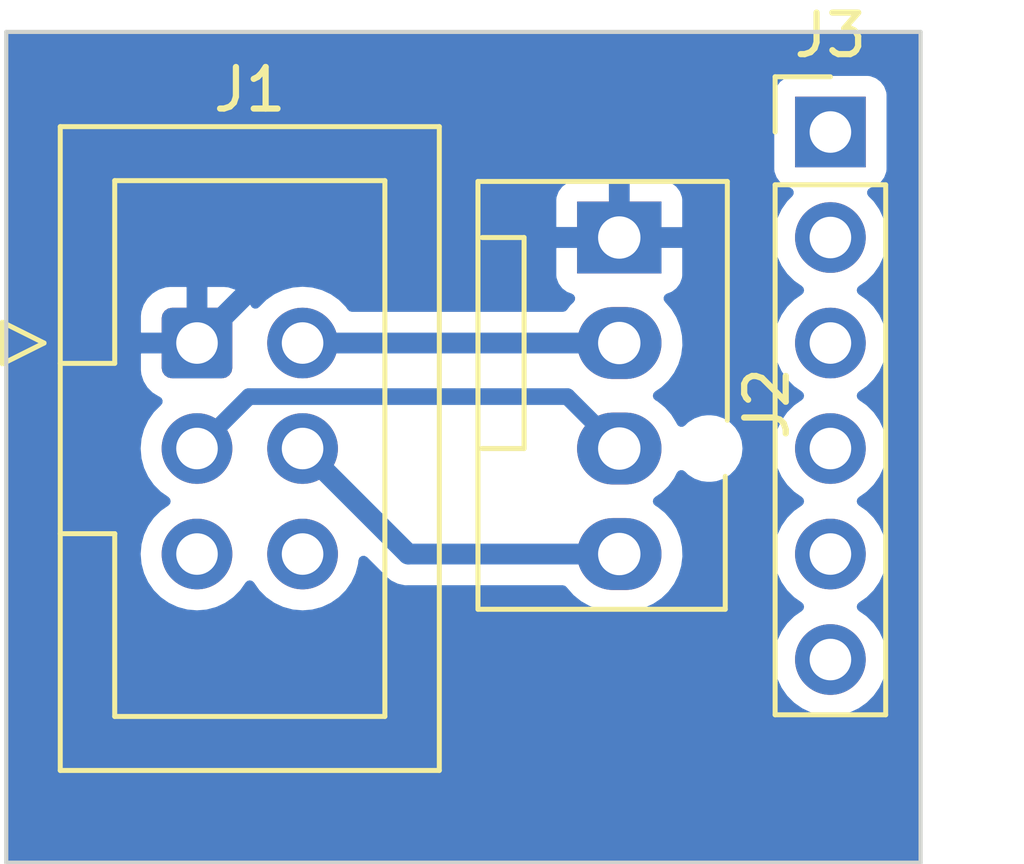
<source format=kicad_pcb>
(kicad_pcb (version 20221018) (generator pcbnew)
  (layers (0 "F.Cu" signal) (31 "B.Cu" signal) (34 "B.Paste" user) (35 "F.Paste" user) (36 "B.SilkS" user "B.Silkscreen") (37 "F.SilkS" user "F.Silkscreen") (38 "B.Mask" user) (39 "F.Mask" user) (44 "Edge.Cuts" user))
  (net 0 "")
  (net 1 "Net-(J1-Pin_1)")
  (net 2 "Net-(J1-Pin_2)")
  (net 3 "Net-(J1-Pin_3)")
  (net 4 "Net-(J1-Pin_4)")
  (footprint "Connector:FanPinHeader_1x04_P2.54mm_Vertical" (layer "F.Cu") (at 158.75 107.95 -90)
    (fp_text reference "J2" (at 4 -3.55 90) (layer "F.SilkS"))
    (fp_text value "Conn_01x04")
    (fp_line (start -1.35 -2.6) (end 4.4 -2.6) (stroke (width 0.12)) (layer "F.SilkS"))
    (fp_line (start -1.35 3.4) (end -1.35 -2.6) (stroke (width 0.12)) (layer "F.SilkS"))
    (fp_line (start 0 2.29) (end 5.08 2.29) (stroke (width 0.12)) (layer "F.SilkS"))
    (fp_line (start 0 3.3) (end 0 2.29) (stroke (width 0.12)) (layer "F.SilkS"))
    (fp_line (start 5.08 2.29) (end 5.08 3.3) (stroke (width 0.12)) (layer "F.SilkS"))
    (fp_line (start 5.75 -2.55) (end 8.95 -2.55) (stroke (width 0.12)) (layer "F.SilkS"))
    (fp_line (start 8.95 -2.55) (end 8.95 3.4) (stroke (width 0.12)) (layer "F.SilkS"))
    (fp_line (start 8.95 3.4) (end -1.35 3.4) (stroke (width 0.12)) (layer "F.SilkS"))
    (pad "" np_thru_hole circle (at 5.08 -2.16) (size 1.1 1.1) (drill 1.1) (layers "*.Cu" "*.Mask"))
    (pad "1" thru_hole rect (at 0 0) (size 2.03 1.73) (drill 1.02) (layers "*.Cu" "*.Mask") (net 1 "Net-(J1-Pin_1)"))
    (pad "2" thru_hole oval (at 2.54 0) (size 2.03 1.73) (drill 1.02) (layers "*.Cu" "*.Mask") (net 2 "Net-(J1-Pin_2)"))
    (pad "3" thru_hole oval (at 5.08 0) (size 2.03 1.73) (drill 1.02) (layers "*.Cu" "*.Mask") (net 3 "Net-(J1-Pin_3)"))
    (pad "4" thru_hole oval (at 7.62 0) (size 2.03 1.73) (drill 1.02) (layers "*.Cu" "*.Mask") (net 4 "Net-(J1-Pin_4)"))
  )
  (footprint "Connector_PinHeader_2.54mm:PinHeader_1x06_P2.54mm_Vertical" (layer "F.Cu") (at 163.83 105.41)
    (fp_text reference "J3" (at 0 -2.33) (layer "F.SilkS"))
    (fp_text value "Conn_01x06")
    (fp_line (start -1.33 -1.33) (end 0 -1.33) (stroke (width 0.12)) (layer "F.SilkS"))
    (fp_line (start -1.33 0) (end -1.33 -1.33) (stroke (width 0.12)) (layer "F.SilkS"))
    (fp_line (start -1.33 1.27) (end -1.33 14.03) (stroke (width 0.12)) (layer "F.SilkS"))
    (fp_line (start -1.33 1.27) (end 1.33 1.27) (stroke (width 0.12)) (layer "F.SilkS"))
    (fp_line (start -1.33 14.03) (end 1.33 14.03) (stroke (width 0.12)) (layer "F.SilkS"))
    (fp_line (start 1.33 1.27) (end 1.33 14.03) (stroke (width 0.12)) (layer "F.SilkS"))
    (pad "1" thru_hole rect (at 0 0) (size 1.7 1.7) (drill 1) (layers "*.Cu" "*.Mask"))
    (pad "2" thru_hole oval (at 0 2.54) (size 1.7 1.7) (drill 1) (layers "*.Cu" "*.Mask"))
    (pad "3" thru_hole oval (at 0 5.08) (size 1.7 1.7) (drill 1) (layers "*.Cu" "*.Mask"))
    (pad "4" thru_hole oval (at 0 7.62) (size 1.7 1.7) (drill 1) (layers "*.Cu" "*.Mask"))
    (pad "5" thru_hole oval (at 0 10.16) (size 1.7 1.7) (drill 1) (layers "*.Cu" "*.Mask"))
    (pad "6" thru_hole oval (at 0 12.7) (size 1.7 1.7) (drill 1) (layers "*.Cu" "*.Mask"))
  )
  (footprint "Connector_IDC:IDC-Header_2x03_P2.54mm_Vertical" (layer "F.Cu") (at 148.59 110.49)
    (fp_text reference "J1" (at 1.27 -6.1) (layer "F.SilkS"))
    (fp_text value "Conn_01x04")
    (fp_line (start -4.68 -0.5) (end -4.68 0.5) (stroke (width 0.12)) (layer "F.SilkS"))
    (fp_line (start -4.68 0.5) (end -3.68 0) (stroke (width 0.12)) (layer "F.SilkS"))
    (fp_line (start -3.68 0) (end -4.68 -0.5) (stroke (width 0.12)) (layer "F.SilkS"))
    (fp_line (start -3.29 -5.21) (end 5.83 -5.21) (stroke (width 0.12)) (layer "F.SilkS"))
    (fp_line (start -3.29 0.49) (end -1.98 0.49) (stroke (width 0.12)) (layer "F.SilkS"))
    (fp_line (start -3.29 10.29) (end -3.29 -5.21) (stroke (width 0.12)) (layer "F.SilkS"))
    (fp_line (start -1.98 -3.91) (end 4.52 -3.91) (stroke (width 0.12)) (layer "F.SilkS"))
    (fp_line (start -1.98 0.49) (end -1.98 -3.91) (stroke (width 0.12)) (layer "F.SilkS"))
    (fp_line (start -1.98 4.59) (end -3.29 4.59) (stroke (width 0.12)) (layer "F.SilkS"))
    (fp_line (start -1.98 4.59) (end -1.98 4.59) (stroke (width 0.12)) (layer "F.SilkS"))
    (fp_line (start -1.98 8.99) (end -1.98 4.59) (stroke (width 0.12)) (layer "F.SilkS"))
    (fp_line (start 4.52 -3.91) (end 4.52 8.99) (stroke (width 0.12)) (layer "F.SilkS"))
    (fp_line (start 4.52 8.99) (end -1.98 8.99) (stroke (width 0.12)) (layer "F.SilkS"))
    (fp_line (start 5.83 -5.21) (end 5.83 10.29) (stroke (width 0.12)) (layer "F.SilkS"))
    (fp_line (start 5.83 10.29) (end -3.29 10.29) (stroke (width 0.12)) (layer "F.SilkS"))
    (pad "1" thru_hole roundrect (at 0 0) (size 1.7 1.7) (drill 1) (layers "*.Cu" "*.Mask") (roundrect_rratio 0.147059) (net 1 "Net-(J1-Pin_1)"))
    (pad "2" thru_hole circle (at 2.54 0) (size 1.7 1.7) (drill 1) (layers "*.Cu" "*.Mask") (net 2 "Net-(J1-Pin_2)"))
    (pad "3" thru_hole circle (at 0 2.54) (size 1.7 1.7) (drill 1) (layers "*.Cu" "*.Mask") (net 3 "Net-(J1-Pin_3)"))
    (pad "4" thru_hole circle (at 2.54 2.54) (size 1.7 1.7) (drill 1) (layers "*.Cu" "*.Mask") (net 4 "Net-(J1-Pin_4)"))
    (pad "5" thru_hole circle (at 0 5.08) (size 1.7 1.7) (drill 1) (layers "*.Cu" "*.Mask"))
    (pad "6" thru_hole circle (at 2.54 5.08) (size 1.7 1.7) (drill 1) (layers "*.Cu" "*.Mask"))
  )
  (gr_line (start 144 123) (end 144 103) (stroke (width 0.1)) (layer "Edge.Cuts"))
  (gr_line (start 166 103) (end 166 123) (stroke (width 0.1)) (layer "Edge.Cuts"))
  (gr_line (start 166 123) (end 144 123) (stroke (width 0.1)) (layer "Edge.Cuts"))
  (gr_line (start 144 103) (end 166 103) (stroke (width 0.1)) (layer "Edge.Cuts"))
  (segment (start 148.59 110.49) (end 151.13 107.95) (width 0.5) (layer "B.Cu") (net 1))
  (segment (start 151.13 107.95) (end 158.75 107.95) (width 0.5) (layer "B.Cu") (net 1))
  (segment (start 151.13 110.49) (end 158.75 110.49) (width 0.5) (layer "B.Cu") (net 2))
  (segment (start 157.5 111.78) (end 158.75 113.03) (width 0.4) (layer "B.Cu") (net 3))
  (segment (start 148.59 113.03) (end 149.84 111.78) (width 0.4) (layer "B.Cu") (net 3))
  (segment (start 149.84 111.78) (end 157.5 111.78) (width 0.4) (layer "B.Cu") (net 3))
  (segment (start 151.13 113.03) (end 153.67 115.57) (width 0.5) (layer "B.Cu") (net 4))
  (segment (start 153.67 115.57) (end 158.75 115.57) (width 0.5) (layer "B.Cu") (net 4))
  (zone (net 1) (net_name "Net-(J1-Pin_1)") (layer "B.Cu") (connect_pads (clearance 0.5)) (min_thickness 0.25) (fill yes (thermal_gap 0.5) (thermal_bridge_width 0.5))
    (polygon (pts (xy 144 123) (xy 144 103) (xy 166 103) (xy 166 123)))
  )
)
</source>
